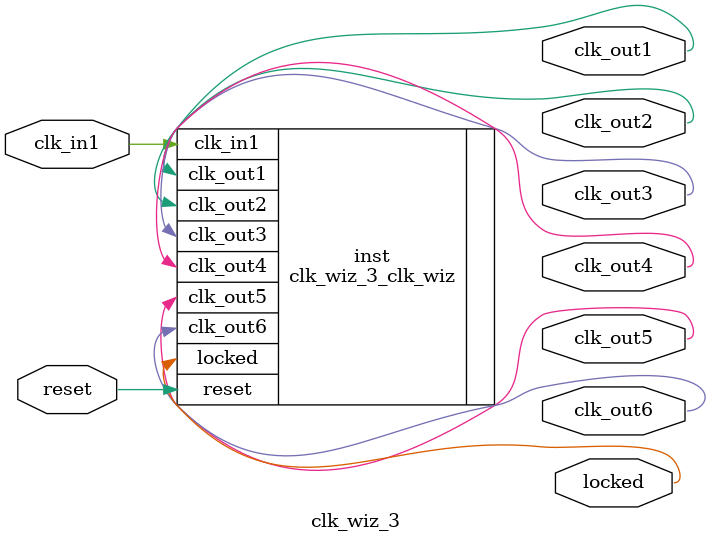
<source format=v>


`timescale 1ps/1ps

(* CORE_GENERATION_INFO = "clk_wiz_3,clk_wiz_v6_0_3_0_0,{component_name=clk_wiz_3,use_phase_alignment=true,use_min_o_jitter=false,use_max_i_jitter=false,use_dyn_phase_shift=false,use_inclk_switchover=false,use_dyn_reconfig=false,enable_axi=0,feedback_source=FDBK_AUTO,PRIMITIVE=PLL,num_out_clk=6,clkin1_period=10.000,clkin2_period=10.000,use_power_down=false,use_reset=true,use_locked=true,use_inclk_stopped=false,feedback_type=SINGLE,CLOCK_MGR_TYPE=NA,manual_override=false}" *)

module clk_wiz_3 
 (
  // Clock out ports
  output        clk_out1,
  output        clk_out2,
  output        clk_out3,
  output        clk_out4,
  output        clk_out5,
  output        clk_out6,
  // Status and control signals
  input         reset,
  output        locked,
 // Clock in ports
  input         clk_in1
 );

  clk_wiz_3_clk_wiz inst
  (
  // Clock out ports  
  .clk_out1(clk_out1),
  .clk_out2(clk_out2),
  .clk_out3(clk_out3),
  .clk_out4(clk_out4),
  .clk_out5(clk_out5),
  .clk_out6(clk_out6),
  // Status and control signals               
  .reset(reset), 
  .locked(locked),
 // Clock in ports
  .clk_in1(clk_in1)
  );

endmodule

</source>
